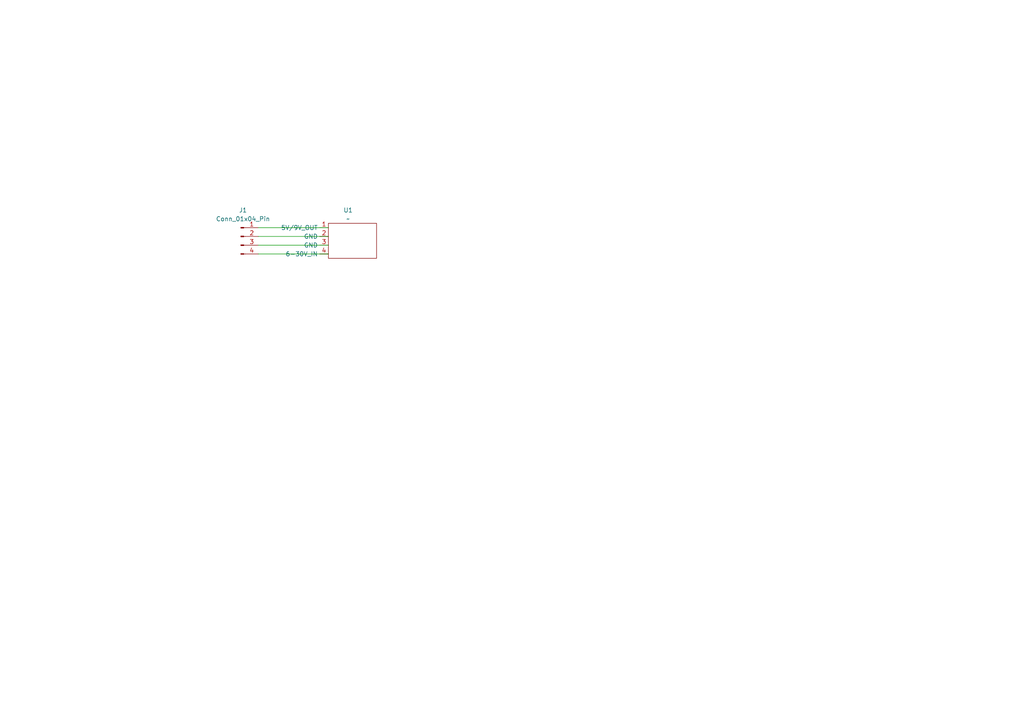
<source format=kicad_sch>
(kicad_sch (version 20250114) (generator "eeschema") (generator_version "9.0")
  (paper "A4")
  (lib_symbols
    (symbol "Connector:Conn_01x04_Pin" (pin_names (offset 1.016) (hide yes))
      (property "Reference" "J" (at 0 5.08 0))
      (property "Value" "Conn_01x04_Pin" (at 0 -7.62 0))
      (symbol "Conn_01x04_Pin_1_1"
        (rectangle (start 0.8636 2.667) (end 0 2.413) (stroke (width 0.1524)) (fill (type outline)))
        (rectangle (start 0.8636 0.127) (end 0 -0.127) (stroke (width 0.1524)) (fill (type outline)))
        (rectangle (start 0.8636 -2.413) (end 0 -2.667) (stroke (width 0.1524)) (fill (type outline)))
        (rectangle (start 0.8636 -4.953) (end 0 -5.207) (stroke (width 0.1524)) (fill (type outline)))
        (polyline (pts (xy 1.27 2.54) (xy 0.8636 2.54)) (stroke (width 0.1524)))
        (polyline (pts (xy 1.27 0) (xy 0.8636 0)) (stroke (width 0.1524)))
        (polyline (pts (xy 1.27 -2.54) (xy 0.8636 -2.54)) (stroke (width 0.1524)))
        (polyline (pts (xy 1.27 -5.08) (xy 0.8636 -5.08)) (stroke (width 0.1524)))
        (pin passive line (at 5.08 2.54 180) (length 3.81) (name "Pin_1") (number "1"))
        (pin passive line (at 5.08 0 180) (length 3.81) (name "Pin_2") (number "2"))
        (pin passive line (at 5.08 -2.54 180) (length 3.81) (name "Pin_3") (number "3"))
        (pin passive line (at 5.08 -5.08 180) (length 3.81) (name "Pin_4") (number "4"))
      )
    )
    (symbol "custom:mateksys_micro_bec"
      (property "Reference" "U" (at 0 6.35 0))
      (symbol "mateksys_micro_bec_0_1"
        (rectangle (start 7.62 5.08) (end -6.35 -5.08))
      )
      (symbol "mateksys_micro_bec_1_1"
        (pin power_out line (at -6.35 3.81 180) (length 2.54) (name "5V/9V_OUT") (number "1"))
        (pin power_out line (at -6.35 1.27 180) (length 2.54) (name "GND") (number "2"))
        (pin power_in line (at -6.35 -1.27 180) (length 2.54) (name "GND") (number "3"))
        (pin power_in line (at -6.35 -3.81 180) (length 2.54) (name "6-30V_IN") (number "4"))
      )
    )
  )
  (wire (pts (xy 74.93 68.58) (xy 95.25 68.58)))
  (wire (pts (xy 74.93 73.66) (xy 95.25 73.66)))
  (wire (pts (xy 74.93 71.12) (xy 95.25 71.12)))
  (wire (pts (xy 74.93 66.04) (xy 95.25 66.04)))
  (symbol (lib_id "custom:mateksys_micro_bec") (at 101.6 69.85 0) (unit 1)
    (property "Reference" "U1" (at 100.965 60.96 0))
    (property "Value" "~" (at 100.965 63.5 0))
    (property "Footprint" "custom:mateksys micro bec" (effects (hide yes)))
    (property "Sim.Library" ".\\" (effects (hide yes)))
  )
  (symbol (lib_id "Connector:Conn_01x04_Pin") (at 69.85 68.58 0) (unit 1)
    (property "Reference" "J1" (at 70.485 60.96 0))
    (property "Value" "Conn_01x04_Pin" (at 70.485 63.5 0))
    (property "Footprint" "Connector_PinHeader_2.54mm:PinHeader_1x04_P2.54mm_Vertical" (effects (hide yes)))
    (property "Description" "Generic connector, single row, 01x04, script generated" (effects (hide yes)))
  )
)
</source>
